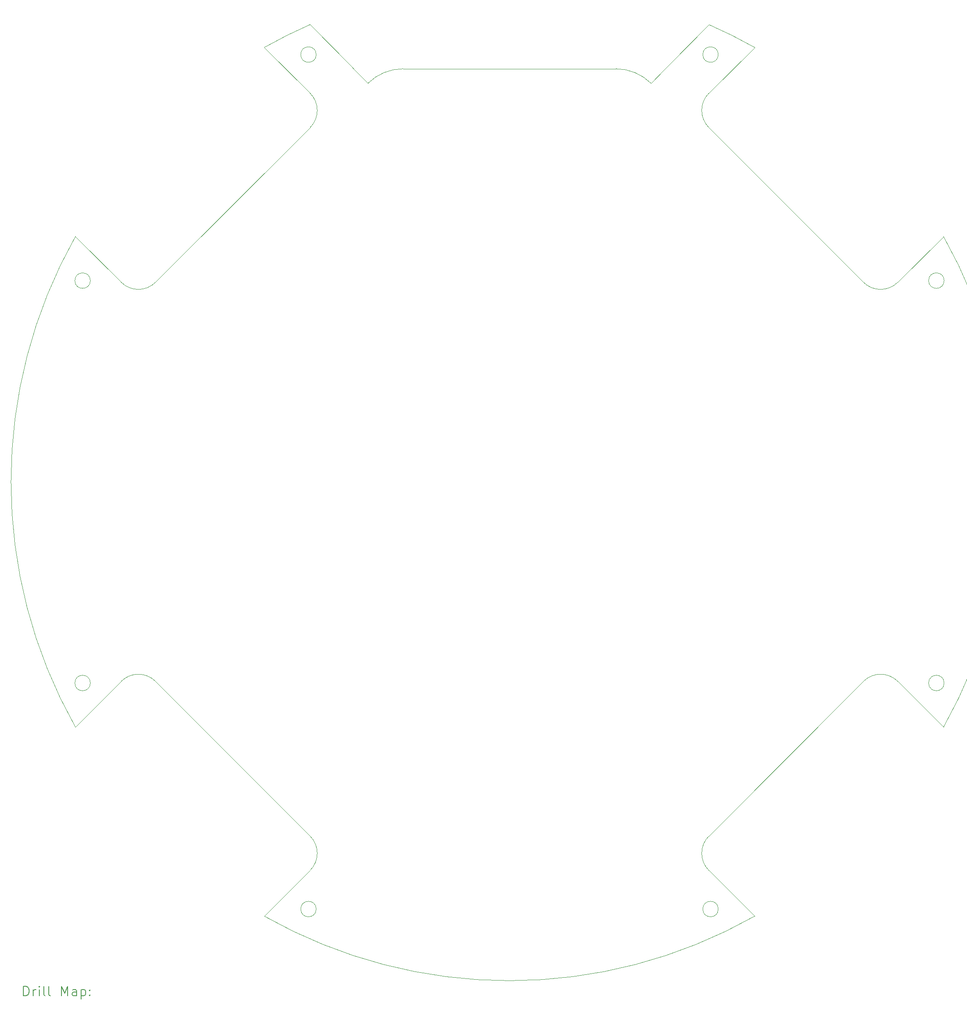
<source format=gbr>
%TF.GenerationSoftware,KiCad,Pcbnew,7.0.6-0*%
%TF.CreationDate,2023-09-14T10:32:25+10:00*%
%TF.ProjectId,Line 3.1,4c696e65-2033-42e3-912e-6b696361645f,rev?*%
%TF.SameCoordinates,Original*%
%TF.FileFunction,Drillmap*%
%TF.FilePolarity,Positive*%
%FSLAX45Y45*%
G04 Gerber Fmt 4.5, Leading zero omitted, Abs format (unit mm)*
G04 Created by KiCad (PCBNEW 7.0.6-0) date 2023-09-14 10:32:25*
%MOMM*%
%LPD*%
G01*
G04 APERTURE LIST*
%ADD10C,0.050000*%
%ADD11C,0.200000*%
G04 APERTURE END LIST*
D10*
X18271267Y-6419353D02*
X18191905Y-6500020D01*
X10881093Y-23022146D02*
G75*
G03*
X10881093Y-22315040I-353553J353553D01*
G01*
X10881093Y-7685000D02*
X7684970Y-10881123D01*
X17199990Y-6473351D02*
X12799990Y-6473351D01*
X6339146Y-10846081D02*
G75*
G03*
X6339146Y-10846081I-160000J0D01*
G01*
X11006051Y-23820864D02*
G75*
G03*
X11006051Y-23820864I-160000J0D01*
G01*
X19118887Y-6977894D02*
X20065226Y-6031554D01*
X17924110Y-6772216D02*
G75*
G03*
X17199990Y-6473351I-724120J-727804D01*
G01*
X6339146Y-19153959D02*
G75*
G03*
X6339146Y-19153959I-160000J0D01*
G01*
X7684970Y-19118917D02*
G75*
G03*
X6977864Y-19118917I-353553J-353553D01*
G01*
X22315010Y-10881123D02*
X19118887Y-7685000D01*
X23968456Y-9934784D02*
X23022116Y-10881123D01*
X10882216Y-5558943D02*
G75*
G03*
X9934754Y-6031554I4117704J-9440937D01*
G01*
X19117764Y-5558943D02*
X18271267Y-6419353D01*
X7684970Y-19118917D02*
X10881093Y-22315040D01*
X19118887Y-6977894D02*
G75*
G03*
X19118887Y-7685000I353553J-353553D01*
G01*
X11808075Y-6500020D02*
X11728713Y-6419353D01*
X11006051Y-6179176D02*
G75*
G03*
X11006051Y-6179176I-160000J0D01*
G01*
X23968456Y-20065256D02*
G75*
G03*
X23968456Y-9934784I-8968466J5065236D01*
G01*
X19118887Y-22315040D02*
G75*
G03*
X19118887Y-23022146I353553J-353553D01*
G01*
X6031524Y-9934784D02*
G75*
G03*
X6031524Y-20065256I8968466J-5065236D01*
G01*
X9934754Y-6031554D02*
X10881093Y-6977894D01*
X22315010Y-10881123D02*
G75*
G03*
X23022116Y-10881123I353553J353553D01*
G01*
X10881093Y-23022146D02*
X9934754Y-23968486D01*
X19118887Y-22315040D02*
X22315010Y-19118917D01*
X20065226Y-23968486D02*
X19118887Y-23022146D01*
X23022116Y-19118917D02*
G75*
G03*
X22315010Y-19118917I-353553J-353553D01*
G01*
X23980834Y-19153959D02*
G75*
G03*
X23980834Y-19153959I-160000J0D01*
G01*
X12799990Y-6473351D02*
G75*
G03*
X12075870Y-6772216I0J-1026669D01*
G01*
X6977864Y-10881123D02*
G75*
G03*
X7684970Y-10881123I353553J353553D01*
G01*
X11728713Y-6419353D02*
X10882216Y-5558943D01*
X12075870Y-6772216D02*
X11808075Y-6500020D01*
X23022116Y-19118917D02*
X23968456Y-20065256D01*
X23980834Y-10846081D02*
G75*
G03*
X23980834Y-10846081I-160000J0D01*
G01*
X6031524Y-20065256D02*
X6977864Y-19118917D01*
X9934754Y-23968486D02*
G75*
G03*
X20065226Y-23968486I5065236J8968466D01*
G01*
X19313929Y-6179176D02*
G75*
G03*
X19313929Y-6179176I-160000J0D01*
G01*
X6977864Y-10881123D02*
X6031524Y-9934784D01*
X19313929Y-23820864D02*
G75*
G03*
X19313929Y-23820864I-160000J0D01*
G01*
X10881093Y-7685000D02*
G75*
G03*
X10881093Y-6977894I-353553J353553D01*
G01*
X20065226Y-6031554D02*
G75*
G03*
X19117764Y-5558943I-5065226J-8968446D01*
G01*
X18191905Y-6500020D02*
X17924110Y-6772216D01*
D11*
X4958267Y-25614004D02*
X4958267Y-25414004D01*
X4958267Y-25414004D02*
X5005886Y-25414004D01*
X5005886Y-25414004D02*
X5034457Y-25423528D01*
X5034457Y-25423528D02*
X5053505Y-25442575D01*
X5053505Y-25442575D02*
X5063029Y-25461623D01*
X5063029Y-25461623D02*
X5072553Y-25499718D01*
X5072553Y-25499718D02*
X5072553Y-25528289D01*
X5072553Y-25528289D02*
X5063029Y-25566385D01*
X5063029Y-25566385D02*
X5053505Y-25585432D01*
X5053505Y-25585432D02*
X5034457Y-25604480D01*
X5034457Y-25604480D02*
X5005886Y-25614004D01*
X5005886Y-25614004D02*
X4958267Y-25614004D01*
X5158267Y-25614004D02*
X5158267Y-25480670D01*
X5158267Y-25518766D02*
X5167791Y-25499718D01*
X5167791Y-25499718D02*
X5177314Y-25490194D01*
X5177314Y-25490194D02*
X5196362Y-25480670D01*
X5196362Y-25480670D02*
X5215410Y-25480670D01*
X5282076Y-25614004D02*
X5282076Y-25480670D01*
X5282076Y-25414004D02*
X5272553Y-25423528D01*
X5272553Y-25423528D02*
X5282076Y-25433051D01*
X5282076Y-25433051D02*
X5291600Y-25423528D01*
X5291600Y-25423528D02*
X5282076Y-25414004D01*
X5282076Y-25414004D02*
X5282076Y-25433051D01*
X5405886Y-25614004D02*
X5386838Y-25604480D01*
X5386838Y-25604480D02*
X5377314Y-25585432D01*
X5377314Y-25585432D02*
X5377314Y-25414004D01*
X5510648Y-25614004D02*
X5491600Y-25604480D01*
X5491600Y-25604480D02*
X5482076Y-25585432D01*
X5482076Y-25585432D02*
X5482076Y-25414004D01*
X5739219Y-25614004D02*
X5739219Y-25414004D01*
X5739219Y-25414004D02*
X5805886Y-25556861D01*
X5805886Y-25556861D02*
X5872552Y-25414004D01*
X5872552Y-25414004D02*
X5872552Y-25614004D01*
X6053505Y-25614004D02*
X6053505Y-25509242D01*
X6053505Y-25509242D02*
X6043981Y-25490194D01*
X6043981Y-25490194D02*
X6024933Y-25480670D01*
X6024933Y-25480670D02*
X5986838Y-25480670D01*
X5986838Y-25480670D02*
X5967791Y-25490194D01*
X6053505Y-25604480D02*
X6034457Y-25614004D01*
X6034457Y-25614004D02*
X5986838Y-25614004D01*
X5986838Y-25614004D02*
X5967791Y-25604480D01*
X5967791Y-25604480D02*
X5958267Y-25585432D01*
X5958267Y-25585432D02*
X5958267Y-25566385D01*
X5958267Y-25566385D02*
X5967791Y-25547337D01*
X5967791Y-25547337D02*
X5986838Y-25537813D01*
X5986838Y-25537813D02*
X6034457Y-25537813D01*
X6034457Y-25537813D02*
X6053505Y-25528289D01*
X6148743Y-25480670D02*
X6148743Y-25680670D01*
X6148743Y-25490194D02*
X6167791Y-25480670D01*
X6167791Y-25480670D02*
X6205886Y-25480670D01*
X6205886Y-25480670D02*
X6224933Y-25490194D01*
X6224933Y-25490194D02*
X6234457Y-25499718D01*
X6234457Y-25499718D02*
X6243981Y-25518766D01*
X6243981Y-25518766D02*
X6243981Y-25575908D01*
X6243981Y-25575908D02*
X6234457Y-25594956D01*
X6234457Y-25594956D02*
X6224933Y-25604480D01*
X6224933Y-25604480D02*
X6205886Y-25614004D01*
X6205886Y-25614004D02*
X6167791Y-25614004D01*
X6167791Y-25614004D02*
X6148743Y-25604480D01*
X6329695Y-25594956D02*
X6339219Y-25604480D01*
X6339219Y-25604480D02*
X6329695Y-25614004D01*
X6329695Y-25614004D02*
X6320172Y-25604480D01*
X6320172Y-25604480D02*
X6329695Y-25594956D01*
X6329695Y-25594956D02*
X6329695Y-25614004D01*
X6329695Y-25490194D02*
X6339219Y-25499718D01*
X6339219Y-25499718D02*
X6329695Y-25509242D01*
X6329695Y-25509242D02*
X6320172Y-25499718D01*
X6320172Y-25499718D02*
X6329695Y-25490194D01*
X6329695Y-25490194D02*
X6329695Y-25509242D01*
M02*

</source>
